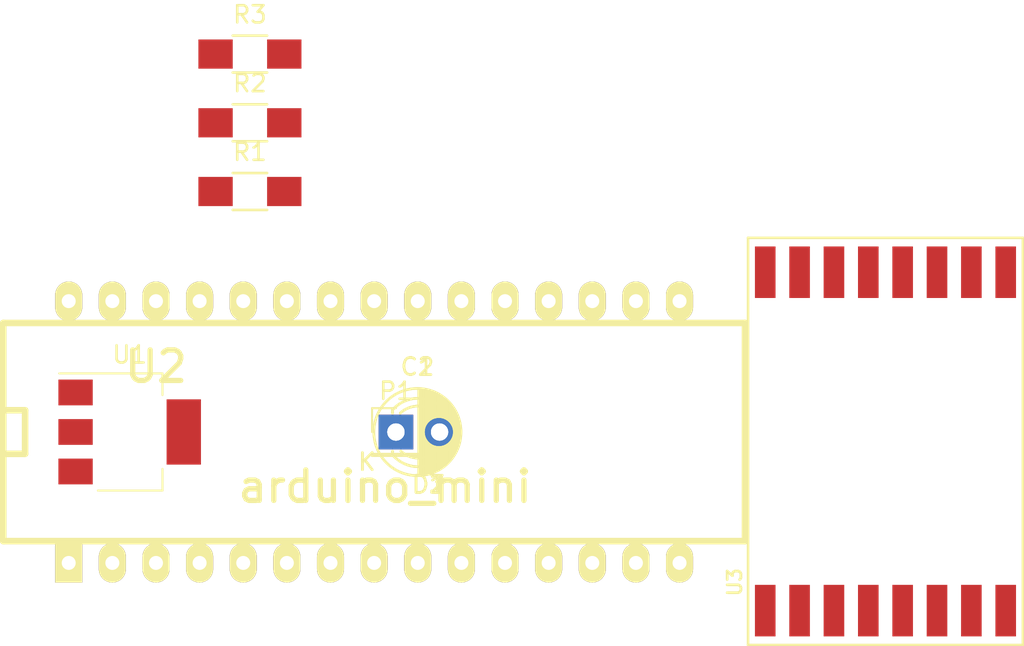
<source format=kicad_pcb>
(kicad_pcb (version 4) (host pcbnew 4.0.5-e0-6337~49~ubuntu16.04.1)

  (general
    (links 26)
    (no_connects 23)
    (area 0 0 0 0)
    (thickness 1.6)
    (drawings 0)
    (tracks 0)
    (zones 0)
    (modules 12)
    (nets 42)
  )

  (page A4)
  (layers
    (0 F.Cu signal)
    (31 B.Cu signal)
    (32 B.Adhes user)
    (33 F.Adhes user)
    (34 B.Paste user)
    (35 F.Paste user)
    (36 B.SilkS user)
    (37 F.SilkS user)
    (38 B.Mask user)
    (39 F.Mask user)
    (40 Dwgs.User user)
    (41 Cmts.User user)
    (42 Eco1.User user)
    (43 Eco2.User user)
    (44 Edge.Cuts user)
    (45 Margin user)
    (46 B.CrtYd user)
    (47 F.CrtYd user)
    (48 B.Fab user)
    (49 F.Fab user)
  )

  (setup
    (last_trace_width 0.25)
    (trace_clearance 0.2)
    (zone_clearance 0.508)
    (zone_45_only no)
    (trace_min 0.2)
    (segment_width 0.2)
    (edge_width 0.15)
    (via_size 0.6)
    (via_drill 0.4)
    (via_min_size 0.4)
    (via_min_drill 0.3)
    (uvia_size 0.3)
    (uvia_drill 0.1)
    (uvias_allowed no)
    (uvia_min_size 0.2)
    (uvia_min_drill 0.1)
    (pcb_text_width 0.3)
    (pcb_text_size 1.5 1.5)
    (mod_edge_width 0.15)
    (mod_text_size 1 1)
    (mod_text_width 0.15)
    (pad_size 1.524 1.524)
    (pad_drill 0.762)
    (pad_to_mask_clearance 0.2)
    (aux_axis_origin 0 0)
    (visible_elements FFFFFF7F)
    (pcbplotparams
      (layerselection 0x00030_80000001)
      (usegerberextensions false)
      (excludeedgelayer true)
      (linewidth 0.100000)
      (plotframeref false)
      (viasonmask false)
      (mode 1)
      (useauxorigin false)
      (hpglpennumber 1)
      (hpglpenspeed 20)
      (hpglpendiameter 15)
      (hpglpenoverlay 2)
      (psnegative false)
      (psa4output false)
      (plotreference true)
      (plotvalue true)
      (plotinvisibletext false)
      (padsonsilk false)
      (subtractmaskfromsilk false)
      (outputformat 1)
      (mirror false)
      (drillshape 1)
      (scaleselection 1)
      (outputdirectory ""))
  )

  (net 0 "")
  (net 1 /VUSB)
  (net 2 GND)
  (net 3 /3V3)
  (net 4 "Net-(D1-Pad2)")
  (net 5 "Net-(D2-Pad2)")
  (net 6 "Net-(D3-Pad2)")
  (net 7 "Net-(P1-Pad1)")
  (net 8 /LED_TX)
  (net 9 /LED_RX)
  (net 10 /LED_ERR)
  (net 11 /SCK)
  (net 12 "Net-(U2-Pad2)")
  (net 13 "Net-(U2-Pad3)")
  (net 14 "Net-(U2-Pad7)")
  (net 15 "Net-(U2-Pad8)")
  (net 16 "Net-(U2-Pad9)")
  (net 17 "Net-(U2-Pad10)")
  (net 18 "Net-(U2-Pad11)")
  (net 19 "Net-(U2-Pad13)")
  (net 20 "Net-(U2-Pad15)")
  (net 21 "Net-(U2-Pad16)")
  (net 22 "Net-(U2-Pad17)")
  (net 23 "Net-(U2-Pad18)")
  (net 24 /IRQ)
  (net 25 "Net-(U2-Pad21)")
  (net 26 "Net-(U2-Pad22)")
  (net 27 "Net-(U2-Pad23)")
  (net 28 "Net-(U2-Pad24)")
  (net 29 "Net-(U2-Pad25)")
  (net 30 "Net-(U2-Pad26)")
  (net 31 "Net-(U2-Pad27)")
  (net 32 /CS)
  (net 33 /MOSI)
  (net 34 /MISO)
  (net 35 "Net-(U3-Pad1)")
  (net 36 "Net-(U3-Pad3)")
  (net 37 "Net-(U3-Pad4)")
  (net 38 "Net-(U3-Pad5)")
  (net 39 "Net-(U3-Pad6)")
  (net 40 "Net-(U3-Pad7)")
  (net 41 "Net-(U3-Pad16)")

  (net_class Default "This is the default net class."
    (clearance 0.2)
    (trace_width 0.25)
    (via_dia 0.6)
    (via_drill 0.4)
    (uvia_dia 0.3)
    (uvia_drill 0.1)
    (add_net /3V3)
    (add_net /CS)
    (add_net /IRQ)
    (add_net /LED_ERR)
    (add_net /LED_RX)
    (add_net /LED_TX)
    (add_net /MISO)
    (add_net /MOSI)
    (add_net /SCK)
    (add_net /VUSB)
    (add_net GND)
    (add_net "Net-(D1-Pad2)")
    (add_net "Net-(D2-Pad2)")
    (add_net "Net-(D3-Pad2)")
    (add_net "Net-(P1-Pad1)")
    (add_net "Net-(U2-Pad10)")
    (add_net "Net-(U2-Pad11)")
    (add_net "Net-(U2-Pad13)")
    (add_net "Net-(U2-Pad15)")
    (add_net "Net-(U2-Pad16)")
    (add_net "Net-(U2-Pad17)")
    (add_net "Net-(U2-Pad18)")
    (add_net "Net-(U2-Pad2)")
    (add_net "Net-(U2-Pad21)")
    (add_net "Net-(U2-Pad22)")
    (add_net "Net-(U2-Pad23)")
    (add_net "Net-(U2-Pad24)")
    (add_net "Net-(U2-Pad25)")
    (add_net "Net-(U2-Pad26)")
    (add_net "Net-(U2-Pad27)")
    (add_net "Net-(U2-Pad3)")
    (add_net "Net-(U2-Pad7)")
    (add_net "Net-(U2-Pad8)")
    (add_net "Net-(U2-Pad9)")
    (add_net "Net-(U3-Pad1)")
    (add_net "Net-(U3-Pad16)")
    (add_net "Net-(U3-Pad3)")
    (add_net "Net-(U3-Pad4)")
    (add_net "Net-(U3-Pad5)")
    (add_net "Net-(U3-Pad6)")
    (add_net "Net-(U3-Pad7)")
  )

  (module Capacitors_THT:C_Radial_D5_L6_P2.5 (layer F.Cu) (tedit 0) (tstamp 587E3834)
    (at 148.5011 105.0036)
    (descr "Radial Electrolytic Capacitor Diameter 5mm x Length 6mm, Pitch 2.5mm")
    (tags "Electrolytic Capacitor")
    (path /587E3C08)
    (fp_text reference C1 (at 1.25 -3.8) (layer F.SilkS)
      (effects (font (size 1 1) (thickness 0.15)))
    )
    (fp_text value C (at 1.25 3.8) (layer F.Fab)
      (effects (font (size 1 1) (thickness 0.15)))
    )
    (fp_line (start 1.325 -2.499) (end 1.325 2.499) (layer F.SilkS) (width 0.15))
    (fp_line (start 1.465 -2.491) (end 1.465 2.491) (layer F.SilkS) (width 0.15))
    (fp_line (start 1.605 -2.475) (end 1.605 -0.095) (layer F.SilkS) (width 0.15))
    (fp_line (start 1.605 0.095) (end 1.605 2.475) (layer F.SilkS) (width 0.15))
    (fp_line (start 1.745 -2.451) (end 1.745 -0.49) (layer F.SilkS) (width 0.15))
    (fp_line (start 1.745 0.49) (end 1.745 2.451) (layer F.SilkS) (width 0.15))
    (fp_line (start 1.885 -2.418) (end 1.885 -0.657) (layer F.SilkS) (width 0.15))
    (fp_line (start 1.885 0.657) (end 1.885 2.418) (layer F.SilkS) (width 0.15))
    (fp_line (start 2.025 -2.377) (end 2.025 -0.764) (layer F.SilkS) (width 0.15))
    (fp_line (start 2.025 0.764) (end 2.025 2.377) (layer F.SilkS) (width 0.15))
    (fp_line (start 2.165 -2.327) (end 2.165 -0.835) (layer F.SilkS) (width 0.15))
    (fp_line (start 2.165 0.835) (end 2.165 2.327) (layer F.SilkS) (width 0.15))
    (fp_line (start 2.305 -2.266) (end 2.305 -0.879) (layer F.SilkS) (width 0.15))
    (fp_line (start 2.305 0.879) (end 2.305 2.266) (layer F.SilkS) (width 0.15))
    (fp_line (start 2.445 -2.196) (end 2.445 -0.898) (layer F.SilkS) (width 0.15))
    (fp_line (start 2.445 0.898) (end 2.445 2.196) (layer F.SilkS) (width 0.15))
    (fp_line (start 2.585 -2.114) (end 2.585 -0.896) (layer F.SilkS) (width 0.15))
    (fp_line (start 2.585 0.896) (end 2.585 2.114) (layer F.SilkS) (width 0.15))
    (fp_line (start 2.725 -2.019) (end 2.725 -0.871) (layer F.SilkS) (width 0.15))
    (fp_line (start 2.725 0.871) (end 2.725 2.019) (layer F.SilkS) (width 0.15))
    (fp_line (start 2.865 -1.908) (end 2.865 -0.823) (layer F.SilkS) (width 0.15))
    (fp_line (start 2.865 0.823) (end 2.865 1.908) (layer F.SilkS) (width 0.15))
    (fp_line (start 3.005 -1.78) (end 3.005 -0.745) (layer F.SilkS) (width 0.15))
    (fp_line (start 3.005 0.745) (end 3.005 1.78) (layer F.SilkS) (width 0.15))
    (fp_line (start 3.145 -1.631) (end 3.145 -0.628) (layer F.SilkS) (width 0.15))
    (fp_line (start 3.145 0.628) (end 3.145 1.631) (layer F.SilkS) (width 0.15))
    (fp_line (start 3.285 -1.452) (end 3.285 -0.44) (layer F.SilkS) (width 0.15))
    (fp_line (start 3.285 0.44) (end 3.285 1.452) (layer F.SilkS) (width 0.15))
    (fp_line (start 3.425 -1.233) (end 3.425 1.233) (layer F.SilkS) (width 0.15))
    (fp_line (start 3.565 -0.944) (end 3.565 0.944) (layer F.SilkS) (width 0.15))
    (fp_line (start 3.705 -0.472) (end 3.705 0.472) (layer F.SilkS) (width 0.15))
    (fp_circle (center 2.5 0) (end 2.5 -0.9) (layer F.SilkS) (width 0.15))
    (fp_circle (center 1.25 0) (end 1.25 -2.5375) (layer F.SilkS) (width 0.15))
    (fp_circle (center 1.25 0) (end 1.25 -2.8) (layer F.CrtYd) (width 0.05))
    (pad 1 thru_hole rect (at 0 0) (size 1.3 1.3) (drill 0.8) (layers *.Cu *.Mask)
      (net 1 /VUSB))
    (pad 2 thru_hole circle (at 2.5 0) (size 1.3 1.3) (drill 0.8) (layers *.Cu *.Mask)
      (net 2 GND))
    (model Capacitors_ThroughHole.3dshapes/C_Radial_D5_L6_P2.5.wrl
      (at (xyz 0.0492126 0 0))
      (scale (xyz 1 1 1))
      (rotate (xyz 0 0 90))
    )
  )

  (module Capacitors_THT:C_Radial_D5_L6_P2.5 (layer F.Cu) (tedit 0) (tstamp 587E383A)
    (at 148.5011 105.0036)
    (descr "Radial Electrolytic Capacitor Diameter 5mm x Length 6mm, Pitch 2.5mm")
    (tags "Electrolytic Capacitor")
    (path /587E3B8A)
    (fp_text reference C2 (at 1.25 -3.8) (layer F.SilkS)
      (effects (font (size 1 1) (thickness 0.15)))
    )
    (fp_text value C (at 1.25 3.8) (layer F.Fab)
      (effects (font (size 1 1) (thickness 0.15)))
    )
    (fp_line (start 1.325 -2.499) (end 1.325 2.499) (layer F.SilkS) (width 0.15))
    (fp_line (start 1.465 -2.491) (end 1.465 2.491) (layer F.SilkS) (width 0.15))
    (fp_line (start 1.605 -2.475) (end 1.605 -0.095) (layer F.SilkS) (width 0.15))
    (fp_line (start 1.605 0.095) (end 1.605 2.475) (layer F.SilkS) (width 0.15))
    (fp_line (start 1.745 -2.451) (end 1.745 -0.49) (layer F.SilkS) (width 0.15))
    (fp_line (start 1.745 0.49) (end 1.745 2.451) (layer F.SilkS) (width 0.15))
    (fp_line (start 1.885 -2.418) (end 1.885 -0.657) (layer F.SilkS) (width 0.15))
    (fp_line (start 1.885 0.657) (end 1.885 2.418) (layer F.SilkS) (width 0.15))
    (fp_line (start 2.025 -2.377) (end 2.025 -0.764) (layer F.SilkS) (width 0.15))
    (fp_line (start 2.025 0.764) (end 2.025 2.377) (layer F.SilkS) (width 0.15))
    (fp_line (start 2.165 -2.327) (end 2.165 -0.835) (layer F.SilkS) (width 0.15))
    (fp_line (start 2.165 0.835) (end 2.165 2.327) (layer F.SilkS) (width 0.15))
    (fp_line (start 2.305 -2.266) (end 2.305 -0.879) (layer F.SilkS) (width 0.15))
    (fp_line (start 2.305 0.879) (end 2.305 2.266) (layer F.SilkS) (width 0.15))
    (fp_line (start 2.445 -2.196) (end 2.445 -0.898) (layer F.SilkS) (width 0.15))
    (fp_line (start 2.445 0.898) (end 2.445 2.196) (layer F.SilkS) (width 0.15))
    (fp_line (start 2.585 -2.114) (end 2.585 -0.896) (layer F.SilkS) (width 0.15))
    (fp_line (start 2.585 0.896) (end 2.585 2.114) (layer F.SilkS) (width 0.15))
    (fp_line (start 2.725 -2.019) (end 2.725 -0.871) (layer F.SilkS) (width 0.15))
    (fp_line (start 2.725 0.871) (end 2.725 2.019) (layer F.SilkS) (width 0.15))
    (fp_line (start 2.865 -1.908) (end 2.865 -0.823) (layer F.SilkS) (width 0.15))
    (fp_line (start 2.865 0.823) (end 2.865 1.908) (layer F.SilkS) (width 0.15))
    (fp_line (start 3.005 -1.78) (end 3.005 -0.745) (layer F.SilkS) (width 0.15))
    (fp_line (start 3.005 0.745) (end 3.005 1.78) (layer F.SilkS) (width 0.15))
    (fp_line (start 3.145 -1.631) (end 3.145 -0.628) (layer F.SilkS) (width 0.15))
    (fp_line (start 3.145 0.628) (end 3.145 1.631) (layer F.SilkS) (width 0.15))
    (fp_line (start 3.285 -1.452) (end 3.285 -0.44) (layer F.SilkS) (width 0.15))
    (fp_line (start 3.285 0.44) (end 3.285 1.452) (layer F.SilkS) (width 0.15))
    (fp_line (start 3.425 -1.233) (end 3.425 1.233) (layer F.SilkS) (width 0.15))
    (fp_line (start 3.565 -0.944) (end 3.565 0.944) (layer F.SilkS) (width 0.15))
    (fp_line (start 3.705 -0.472) (end 3.705 0.472) (layer F.SilkS) (width 0.15))
    (fp_circle (center 2.5 0) (end 2.5 -0.9) (layer F.SilkS) (width 0.15))
    (fp_circle (center 1.25 0) (end 1.25 -2.5375) (layer F.SilkS) (width 0.15))
    (fp_circle (center 1.25 0) (end 1.25 -2.8) (layer F.CrtYd) (width 0.05))
    (pad 1 thru_hole rect (at 0 0) (size 1.3 1.3) (drill 0.8) (layers *.Cu *.Mask)
      (net 3 /3V3))
    (pad 2 thru_hole circle (at 2.5 0) (size 1.3 1.3) (drill 0.8) (layers *.Cu *.Mask)
      (net 2 GND))
    (model Capacitors_ThroughHole.3dshapes/C_Radial_D5_L6_P2.5.wrl
      (at (xyz 0.0492126 0 0))
      (scale (xyz 1 1 1))
      (rotate (xyz 0 0 90))
    )
  )

  (module LEDs:LED-3MM (layer F.Cu) (tedit 559B82F6) (tstamp 587E3840)
    (at 148.5011 105.0036)
    (descr "LED 3mm round vertical")
    (tags "LED  3mm round vertical")
    (path /587E3694)
    (fp_text reference D1 (at 1.91 3.06) (layer F.SilkS)
      (effects (font (size 1 1) (thickness 0.15)))
    )
    (fp_text value LED (at 1.3 -2.9) (layer F.Fab)
      (effects (font (size 1 1) (thickness 0.15)))
    )
    (fp_line (start -1.2 2.3) (end 3.8 2.3) (layer F.CrtYd) (width 0.05))
    (fp_line (start 3.8 2.3) (end 3.8 -2.2) (layer F.CrtYd) (width 0.05))
    (fp_line (start 3.8 -2.2) (end -1.2 -2.2) (layer F.CrtYd) (width 0.05))
    (fp_line (start -1.2 -2.2) (end -1.2 2.3) (layer F.CrtYd) (width 0.05))
    (fp_line (start -0.199 1.314) (end -0.199 1.114) (layer F.SilkS) (width 0.15))
    (fp_line (start -0.199 -1.28) (end -0.199 -1.1) (layer F.SilkS) (width 0.15))
    (fp_arc (start 1.301 0.034) (end -0.199 -1.286) (angle 108.5) (layer F.SilkS) (width 0.15))
    (fp_arc (start 1.301 0.034) (end 0.25 -1.1) (angle 85.7) (layer F.SilkS) (width 0.15))
    (fp_arc (start 1.311 0.034) (end 3.051 0.994) (angle 110) (layer F.SilkS) (width 0.15))
    (fp_arc (start 1.301 0.034) (end 2.335 1.094) (angle 87.5) (layer F.SilkS) (width 0.15))
    (fp_text user K (at -1.69 1.74) (layer F.SilkS)
      (effects (font (size 1 1) (thickness 0.15)))
    )
    (pad 1 thru_hole rect (at 0 0 90) (size 2 2) (drill 1.00076) (layers *.Cu *.Mask)
      (net 2 GND))
    (pad 2 thru_hole circle (at 2.54 0) (size 2 2) (drill 1.00076) (layers *.Cu *.Mask)
      (net 4 "Net-(D1-Pad2)"))
    (model LEDs.3dshapes/LED-3MM.wrl
      (at (xyz 0.05 0 0))
      (scale (xyz 1 1 1))
      (rotate (xyz 0 0 90))
    )
  )

  (module LEDs:LED-3MM (layer F.Cu) (tedit 559B82F6) (tstamp 587E3846)
    (at 148.5011 105.0036)
    (descr "LED 3mm round vertical")
    (tags "LED  3mm round vertical")
    (path /587E37F8)
    (fp_text reference D2 (at 1.91 3.06) (layer F.SilkS)
      (effects (font (size 1 1) (thickness 0.15)))
    )
    (fp_text value LED (at 1.3 -2.9) (layer F.Fab)
      (effects (font (size 1 1) (thickness 0.15)))
    )
    (fp_line (start -1.2 2.3) (end 3.8 2.3) (layer F.CrtYd) (width 0.05))
    (fp_line (start 3.8 2.3) (end 3.8 -2.2) (layer F.CrtYd) (width 0.05))
    (fp_line (start 3.8 -2.2) (end -1.2 -2.2) (layer F.CrtYd) (width 0.05))
    (fp_line (start -1.2 -2.2) (end -1.2 2.3) (layer F.CrtYd) (width 0.05))
    (fp_line (start -0.199 1.314) (end -0.199 1.114) (layer F.SilkS) (width 0.15))
    (fp_line (start -0.199 -1.28) (end -0.199 -1.1) (layer F.SilkS) (width 0.15))
    (fp_arc (start 1.301 0.034) (end -0.199 -1.286) (angle 108.5) (layer F.SilkS) (width 0.15))
    (fp_arc (start 1.301 0.034) (end 0.25 -1.1) (angle 85.7) (layer F.SilkS) (width 0.15))
    (fp_arc (start 1.311 0.034) (end 3.051 0.994) (angle 110) (layer F.SilkS) (width 0.15))
    (fp_arc (start 1.301 0.034) (end 2.335 1.094) (angle 87.5) (layer F.SilkS) (width 0.15))
    (fp_text user K (at -1.69 1.74) (layer F.SilkS)
      (effects (font (size 1 1) (thickness 0.15)))
    )
    (pad 1 thru_hole rect (at 0 0 90) (size 2 2) (drill 1.00076) (layers *.Cu *.Mask)
      (net 2 GND))
    (pad 2 thru_hole circle (at 2.54 0) (size 2 2) (drill 1.00076) (layers *.Cu *.Mask)
      (net 5 "Net-(D2-Pad2)"))
    (model LEDs.3dshapes/LED-3MM.wrl
      (at (xyz 0.05 0 0))
      (scale (xyz 1 1 1))
      (rotate (xyz 0 0 90))
    )
  )

  (module LEDs:LED-3MM (layer F.Cu) (tedit 559B82F6) (tstamp 587E384C)
    (at 148.5011 105.0036)
    (descr "LED 3mm round vertical")
    (tags "LED  3mm round vertical")
    (path /587E384F)
    (fp_text reference D3 (at 1.91 3.06) (layer F.SilkS)
      (effects (font (size 1 1) (thickness 0.15)))
    )
    (fp_text value LED (at 1.3 -2.9) (layer F.Fab)
      (effects (font (size 1 1) (thickness 0.15)))
    )
    (fp_line (start -1.2 2.3) (end 3.8 2.3) (layer F.CrtYd) (width 0.05))
    (fp_line (start 3.8 2.3) (end 3.8 -2.2) (layer F.CrtYd) (width 0.05))
    (fp_line (start 3.8 -2.2) (end -1.2 -2.2) (layer F.CrtYd) (width 0.05))
    (fp_line (start -1.2 -2.2) (end -1.2 2.3) (layer F.CrtYd) (width 0.05))
    (fp_line (start -0.199 1.314) (end -0.199 1.114) (layer F.SilkS) (width 0.15))
    (fp_line (start -0.199 -1.28) (end -0.199 -1.1) (layer F.SilkS) (width 0.15))
    (fp_arc (start 1.301 0.034) (end -0.199 -1.286) (angle 108.5) (layer F.SilkS) (width 0.15))
    (fp_arc (start 1.301 0.034) (end 0.25 -1.1) (angle 85.7) (layer F.SilkS) (width 0.15))
    (fp_arc (start 1.311 0.034) (end 3.051 0.994) (angle 110) (layer F.SilkS) (width 0.15))
    (fp_arc (start 1.301 0.034) (end 2.335 1.094) (angle 87.5) (layer F.SilkS) (width 0.15))
    (fp_text user K (at -1.69 1.74) (layer F.SilkS)
      (effects (font (size 1 1) (thickness 0.15)))
    )
    (pad 1 thru_hole rect (at 0 0 90) (size 2 2) (drill 1.00076) (layers *.Cu *.Mask)
      (net 2 GND))
    (pad 2 thru_hole circle (at 2.54 0) (size 2 2) (drill 1.00076) (layers *.Cu *.Mask)
      (net 6 "Net-(D3-Pad2)"))
    (model LEDs.3dshapes/LED-3MM.wrl
      (at (xyz 0.05 0 0))
      (scale (xyz 1 1 1))
      (rotate (xyz 0 0 90))
    )
  )

  (module Pin_Headers:Pin_Header_Straight_1x01_Pitch2.54mm (layer F.Cu) (tedit 5862ED52) (tstamp 587E3851)
    (at 148.5011 105.0036)
    (descr "Through hole straight pin header, 1x01, 2.54mm pitch, single row")
    (tags "Through hole pin header THT 1x01 2.54mm single row")
    (path /587E3906)
    (fp_text reference P1 (at 0 -2.39) (layer F.SilkS)
      (effects (font (size 1 1) (thickness 0.15)))
    )
    (fp_text value CONN_01X01 (at 0 2.39) (layer F.Fab)
      (effects (font (size 1 1) (thickness 0.15)))
    )
    (fp_line (start -1.27 -1.27) (end -1.27 1.27) (layer F.Fab) (width 0.1))
    (fp_line (start -1.27 1.27) (end 1.27 1.27) (layer F.Fab) (width 0.1))
    (fp_line (start 1.27 1.27) (end 1.27 -1.27) (layer F.Fab) (width 0.1))
    (fp_line (start 1.27 -1.27) (end -1.27 -1.27) (layer F.Fab) (width 0.1))
    (fp_line (start -1.39 1.27) (end -1.39 1.39) (layer F.SilkS) (width 0.12))
    (fp_line (start -1.39 1.39) (end 1.39 1.39) (layer F.SilkS) (width 0.12))
    (fp_line (start 1.39 1.39) (end 1.39 1.27) (layer F.SilkS) (width 0.12))
    (fp_line (start 1.39 1.27) (end -1.39 1.27) (layer F.SilkS) (width 0.12))
    (fp_line (start -1.39 0) (end -1.39 -1.39) (layer F.SilkS) (width 0.12))
    (fp_line (start -1.39 -1.39) (end 0 -1.39) (layer F.SilkS) (width 0.12))
    (fp_line (start -1.6 -1.6) (end -1.6 1.6) (layer F.CrtYd) (width 0.05))
    (fp_line (start -1.6 1.6) (end 1.6 1.6) (layer F.CrtYd) (width 0.05))
    (fp_line (start 1.6 1.6) (end 1.6 -1.6) (layer F.CrtYd) (width 0.05))
    (fp_line (start 1.6 -1.6) (end -1.6 -1.6) (layer F.CrtYd) (width 0.05))
    (pad 1 thru_hole rect (at 0 0) (size 1.7 1.7) (drill 1) (layers *.Cu *.Mask)
      (net 7 "Net-(P1-Pad1)"))
    (model Pin_Headers.3dshapes/Pin_Header_Straight_1x01_Pitch2.54mm.wrl
      (at (xyz 0 0 0))
      (scale (xyz 1 1 1))
      (rotate (xyz 0 0 90))
    )
  )

  (module Resistors_SMD:R_1206_HandSoldering (layer F.Cu) (tedit 58307C0D) (tstamp 587E3857)
    (at 140 91)
    (descr "Resistor SMD 1206, hand soldering")
    (tags "resistor 1206")
    (path /587E373F)
    (attr smd)
    (fp_text reference R1 (at 0 -2.3) (layer F.SilkS)
      (effects (font (size 1 1) (thickness 0.15)))
    )
    (fp_text value R (at 0 2.3) (layer F.Fab)
      (effects (font (size 1 1) (thickness 0.15)))
    )
    (fp_line (start -1.6 0.8) (end -1.6 -0.8) (layer F.Fab) (width 0.1))
    (fp_line (start 1.6 0.8) (end -1.6 0.8) (layer F.Fab) (width 0.1))
    (fp_line (start 1.6 -0.8) (end 1.6 0.8) (layer F.Fab) (width 0.1))
    (fp_line (start -1.6 -0.8) (end 1.6 -0.8) (layer F.Fab) (width 0.1))
    (fp_line (start -3.3 -1.2) (end 3.3 -1.2) (layer F.CrtYd) (width 0.05))
    (fp_line (start -3.3 1.2) (end 3.3 1.2) (layer F.CrtYd) (width 0.05))
    (fp_line (start -3.3 -1.2) (end -3.3 1.2) (layer F.CrtYd) (width 0.05))
    (fp_line (start 3.3 -1.2) (end 3.3 1.2) (layer F.CrtYd) (width 0.05))
    (fp_line (start 1 1.075) (end -1 1.075) (layer F.SilkS) (width 0.15))
    (fp_line (start -1 -1.075) (end 1 -1.075) (layer F.SilkS) (width 0.15))
    (pad 1 smd rect (at -2 0) (size 2 1.7) (layers F.Cu F.Paste F.Mask)
      (net 4 "Net-(D1-Pad2)"))
    (pad 2 smd rect (at 2 0) (size 2 1.7) (layers F.Cu F.Paste F.Mask)
      (net 8 /LED_TX))
    (model Resistors_SMD.3dshapes/R_1206_HandSoldering.wrl
      (at (xyz 0 0 0))
      (scale (xyz 1 1 1))
      (rotate (xyz 0 0 0))
    )
  )

  (module Resistors_SMD:R_1206_HandSoldering (layer F.Cu) (tedit 58307C0D) (tstamp 587E385D)
    (at 140 87)
    (descr "Resistor SMD 1206, hand soldering")
    (tags "resistor 1206")
    (path /587E37FE)
    (attr smd)
    (fp_text reference R2 (at 0 -2.3) (layer F.SilkS)
      (effects (font (size 1 1) (thickness 0.15)))
    )
    (fp_text value R (at 0 2.3) (layer F.Fab)
      (effects (font (size 1 1) (thickness 0.15)))
    )
    (fp_line (start -1.6 0.8) (end -1.6 -0.8) (layer F.Fab) (width 0.1))
    (fp_line (start 1.6 0.8) (end -1.6 0.8) (layer F.Fab) (width 0.1))
    (fp_line (start 1.6 -0.8) (end 1.6 0.8) (layer F.Fab) (width 0.1))
    (fp_line (start -1.6 -0.8) (end 1.6 -0.8) (layer F.Fab) (width 0.1))
    (fp_line (start -3.3 -1.2) (end 3.3 -1.2) (layer F.CrtYd) (width 0.05))
    (fp_line (start -3.3 1.2) (end 3.3 1.2) (layer F.CrtYd) (width 0.05))
    (fp_line (start -3.3 -1.2) (end -3.3 1.2) (layer F.CrtYd) (width 0.05))
    (fp_line (start 3.3 -1.2) (end 3.3 1.2) (layer F.CrtYd) (width 0.05))
    (fp_line (start 1 1.075) (end -1 1.075) (layer F.SilkS) (width 0.15))
    (fp_line (start -1 -1.075) (end 1 -1.075) (layer F.SilkS) (width 0.15))
    (pad 1 smd rect (at -2 0) (size 2 1.7) (layers F.Cu F.Paste F.Mask)
      (net 5 "Net-(D2-Pad2)"))
    (pad 2 smd rect (at 2 0) (size 2 1.7) (layers F.Cu F.Paste F.Mask)
      (net 9 /LED_RX))
    (model Resistors_SMD.3dshapes/R_1206_HandSoldering.wrl
      (at (xyz 0 0 0))
      (scale (xyz 1 1 1))
      (rotate (xyz 0 0 0))
    )
  )

  (module Resistors_SMD:R_1206_HandSoldering (layer F.Cu) (tedit 58307C0D) (tstamp 587E3863)
    (at 140 83)
    (descr "Resistor SMD 1206, hand soldering")
    (tags "resistor 1206")
    (path /587E3855)
    (attr smd)
    (fp_text reference R3 (at 0 -2.3) (layer F.SilkS)
      (effects (font (size 1 1) (thickness 0.15)))
    )
    (fp_text value R (at 0 2.3) (layer F.Fab)
      (effects (font (size 1 1) (thickness 0.15)))
    )
    (fp_line (start -1.6 0.8) (end -1.6 -0.8) (layer F.Fab) (width 0.1))
    (fp_line (start 1.6 0.8) (end -1.6 0.8) (layer F.Fab) (width 0.1))
    (fp_line (start 1.6 -0.8) (end 1.6 0.8) (layer F.Fab) (width 0.1))
    (fp_line (start -1.6 -0.8) (end 1.6 -0.8) (layer F.Fab) (width 0.1))
    (fp_line (start -3.3 -1.2) (end 3.3 -1.2) (layer F.CrtYd) (width 0.05))
    (fp_line (start -3.3 1.2) (end 3.3 1.2) (layer F.CrtYd) (width 0.05))
    (fp_line (start -3.3 -1.2) (end -3.3 1.2) (layer F.CrtYd) (width 0.05))
    (fp_line (start 3.3 -1.2) (end 3.3 1.2) (layer F.CrtYd) (width 0.05))
    (fp_line (start 1 1.075) (end -1 1.075) (layer F.SilkS) (width 0.15))
    (fp_line (start -1 -1.075) (end 1 -1.075) (layer F.SilkS) (width 0.15))
    (pad 1 smd rect (at -2 0) (size 2 1.7) (layers F.Cu F.Paste F.Mask)
      (net 6 "Net-(D3-Pad2)"))
    (pad 2 smd rect (at 2 0) (size 2 1.7) (layers F.Cu F.Paste F.Mask)
      (net 10 /LED_ERR))
    (model Resistors_SMD.3dshapes/R_1206_HandSoldering.wrl
      (at (xyz 0 0 0))
      (scale (xyz 1 1 1))
      (rotate (xyz 0 0 0))
    )
  )

  (module TO_SOT_Packages_SMD:SOT-223 (layer F.Cu) (tedit 583F3B4E) (tstamp 587E386B)
    (at 133 105)
    (descr "module CMS SOT223 4 pins")
    (tags "CMS SOT")
    (path /587E35F9)
    (attr smd)
    (fp_text reference U1 (at 0 -4.5) (layer F.SilkS)
      (effects (font (size 1 1) (thickness 0.15)))
    )
    (fp_text value AP111733 (at 0 4.5) (layer F.Fab)
      (effects (font (size 1 1) (thickness 0.15)))
    )
    (fp_line (start 1.91 3.41) (end 1.91 2.15) (layer F.SilkS) (width 0.12))
    (fp_line (start 1.91 -3.41) (end 1.91 -2.15) (layer F.SilkS) (width 0.12))
    (fp_line (start 4.4 -3.6) (end -4.4 -3.6) (layer F.CrtYd) (width 0.05))
    (fp_line (start 4.4 3.6) (end 4.4 -3.6) (layer F.CrtYd) (width 0.05))
    (fp_line (start -4.4 3.6) (end 4.4 3.6) (layer F.CrtYd) (width 0.05))
    (fp_line (start -4.4 -3.6) (end -4.4 3.6) (layer F.CrtYd) (width 0.05))
    (fp_line (start -1.85 -3.35) (end -1.85 3.35) (layer F.Fab) (width 0.15))
    (fp_line (start -1.85 3.41) (end 1.91 3.41) (layer F.SilkS) (width 0.12))
    (fp_line (start -1.85 -3.35) (end 1.85 -3.35) (layer F.Fab) (width 0.15))
    (fp_line (start -4.1 -3.41) (end 1.91 -3.41) (layer F.SilkS) (width 0.12))
    (fp_line (start -1.85 3.35) (end 1.85 3.35) (layer F.Fab) (width 0.15))
    (fp_line (start 1.85 -3.35) (end 1.85 3.35) (layer F.Fab) (width 0.15))
    (pad 4 smd rect (at 3.15 0) (size 2 3.8) (layers F.Cu F.Paste F.Mask)
      (net 3 /3V3))
    (pad 2 smd rect (at -3.15 0) (size 2 1.5) (layers F.Cu F.Paste F.Mask)
      (net 3 /3V3))
    (pad 3 smd rect (at -3.15 2.3) (size 2 1.5) (layers F.Cu F.Paste F.Mask)
      (net 1 /VUSB))
    (pad 1 smd rect (at -3.15 -2.3) (size 2 1.5) (layers F.Cu F.Paste F.Mask)
      (net 2 GND))
    (model TO_SOT_Packages_SMD.3dshapes/SOT-223.wrl
      (at (xyz 0 0 0))
      (scale (xyz 0.4 0.4 0.4))
      (rotate (xyz 0 0 90))
    )
  )

  (module arduino:arduino_mini (layer F.Cu) (tedit 507C2E55) (tstamp 587E388D)
    (at 148.5011 105.0036)
    (descr "30 pins DIL package, elliptical pads, width 600mil (arduino mini)")
    (tags "DIL arduino mini")
    (path /587E3552)
    (fp_text reference U2 (at -13.97 -3.81) (layer F.SilkS)
      (effects (font (size 1.778 1.778) (thickness 0.3048)))
    )
    (fp_text value arduino_mini (at -0.635 3.175) (layer F.SilkS)
      (effects (font (size 1.778 1.778) (thickness 0.3048)))
    )
    (fp_line (start -22.86 -6.35) (end 20.32 -6.35) (layer F.SilkS) (width 0.381))
    (fp_line (start 20.32 -6.35) (end 20.32 6.35) (layer F.SilkS) (width 0.381))
    (fp_line (start 20.32 6.35) (end -22.86 6.35) (layer F.SilkS) (width 0.381))
    (fp_line (start -22.86 6.35) (end -22.86 -6.35) (layer F.SilkS) (width 0.381))
    (fp_line (start -22.86 1.27) (end -21.59 1.27) (layer F.SilkS) (width 0.381))
    (fp_line (start -21.59 1.27) (end -21.59 -1.27) (layer F.SilkS) (width 0.381))
    (fp_line (start -21.59 -1.27) (end -22.86 -1.27) (layer F.SilkS) (width 0.381))
    (pad 1 thru_hole rect (at -19.05 7.62) (size 1.5748 2.286) (drill 0.8128) (layers *.Cu *.Mask F.SilkS)
      (net 11 /SCK))
    (pad 2 thru_hole oval (at -16.51 7.62) (size 1.5748 2.286) (drill 0.8128) (layers *.Cu *.Mask F.SilkS)
      (net 12 "Net-(U2-Pad2)"))
    (pad 3 thru_hole oval (at -13.97 7.62) (size 1.5748 2.286) (drill 0.8128) (layers *.Cu *.Mask F.SilkS)
      (net 13 "Net-(U2-Pad3)"))
    (pad 4 thru_hole oval (at -11.43 7.62) (size 1.5748 2.286) (drill 0.8128) (layers *.Cu *.Mask F.SilkS)
      (net 8 /LED_TX))
    (pad 5 thru_hole oval (at -8.89 7.62) (size 1.5748 2.286) (drill 0.8128) (layers *.Cu *.Mask F.SilkS)
      (net 9 /LED_RX))
    (pad 6 thru_hole oval (at -6.35 7.62) (size 1.5748 2.286) (drill 0.8128) (layers *.Cu *.Mask F.SilkS)
      (net 10 /LED_ERR))
    (pad 7 thru_hole oval (at -3.81 7.62) (size 1.5748 2.286) (drill 0.8128) (layers *.Cu *.Mask F.SilkS)
      (net 14 "Net-(U2-Pad7)"))
    (pad 8 thru_hole oval (at -1.27 7.62) (size 1.5748 2.286) (drill 0.8128) (layers *.Cu *.Mask F.SilkS)
      (net 15 "Net-(U2-Pad8)"))
    (pad 9 thru_hole oval (at 1.27 7.62) (size 1.5748 2.286) (drill 0.8128) (layers *.Cu *.Mask F.SilkS)
      (net 16 "Net-(U2-Pad9)"))
    (pad 10 thru_hole oval (at 3.81 7.62) (size 1.5748 2.286) (drill 0.8128) (layers *.Cu *.Mask F.SilkS)
      (net 17 "Net-(U2-Pad10)"))
    (pad 11 thru_hole oval (at 6.35 7.62) (size 1.5748 2.286) (drill 0.8128) (layers *.Cu *.Mask F.SilkS)
      (net 18 "Net-(U2-Pad11)"))
    (pad 12 thru_hole oval (at 8.89 7.62) (size 1.5748 2.286) (drill 0.8128) (layers *.Cu *.Mask F.SilkS)
      (net 1 /VUSB))
    (pad 13 thru_hole oval (at 11.43 7.62) (size 1.5748 2.286) (drill 0.8128) (layers *.Cu *.Mask F.SilkS)
      (net 19 "Net-(U2-Pad13)"))
    (pad 14 thru_hole oval (at 13.97 7.62) (size 1.5748 2.286) (drill 0.8128) (layers *.Cu *.Mask F.SilkS)
      (net 2 GND))
    (pad 15 thru_hole oval (at 16.51 7.62) (size 1.5748 2.286) (drill 0.8128) (layers *.Cu *.Mask F.SilkS)
      (net 20 "Net-(U2-Pad15)"))
    (pad 16 thru_hole oval (at 16.51 -7.62) (size 1.5748 2.286) (drill 0.8128) (layers *.Cu *.Mask F.SilkS)
      (net 21 "Net-(U2-Pad16)"))
    (pad 17 thru_hole oval (at 13.97 -7.62) (size 1.5748 2.286) (drill 0.8128) (layers *.Cu *.Mask F.SilkS)
      (net 22 "Net-(U2-Pad17)"))
    (pad 18 thru_hole oval (at 11.43 -7.62) (size 1.5748 2.286) (drill 0.8128) (layers *.Cu *.Mask F.SilkS)
      (net 23 "Net-(U2-Pad18)"))
    (pad 19 thru_hole oval (at 8.89 -7.62) (size 1.5748 2.286) (drill 0.8128) (layers *.Cu *.Mask F.SilkS)
      (net 2 GND))
    (pad 20 thru_hole oval (at 6.35 -7.62) (size 1.5748 2.286) (drill 0.8128) (layers *.Cu *.Mask F.SilkS)
      (net 24 /IRQ))
    (pad 21 thru_hole oval (at 3.81 -7.62) (size 1.5748 2.286) (drill 0.8128) (layers *.Cu *.Mask F.SilkS)
      (net 25 "Net-(U2-Pad21)"))
    (pad 22 thru_hole oval (at 1.27 -7.62) (size 1.5748 2.286) (drill 0.8128) (layers *.Cu *.Mask F.SilkS)
      (net 26 "Net-(U2-Pad22)"))
    (pad 23 thru_hole oval (at -1.27 -7.62) (size 1.5748 2.286) (drill 0.8128) (layers *.Cu *.Mask F.SilkS)
      (net 27 "Net-(U2-Pad23)"))
    (pad 24 thru_hole oval (at -3.81 -7.62) (size 1.5748 2.286) (drill 0.8128) (layers *.Cu *.Mask F.SilkS)
      (net 28 "Net-(U2-Pad24)"))
    (pad 25 thru_hole oval (at -6.35 -7.62) (size 1.5748 2.286) (drill 0.8128) (layers *.Cu *.Mask F.SilkS)
      (net 29 "Net-(U2-Pad25)"))
    (pad 26 thru_hole oval (at -8.89 -7.62) (size 1.5748 2.286) (drill 0.8128) (layers *.Cu *.Mask F.SilkS)
      (net 30 "Net-(U2-Pad26)"))
    (pad 27 thru_hole oval (at -11.43 -7.62) (size 1.5748 2.286) (drill 0.8128) (layers *.Cu *.Mask F.SilkS)
      (net 31 "Net-(U2-Pad27)"))
    (pad 28 thru_hole oval (at -13.97 -7.62) (size 1.5748 2.286) (drill 0.8128) (layers *.Cu *.Mask F.SilkS)
      (net 32 /CS))
    (pad 29 thru_hole oval (at -16.51 -7.62) (size 1.5748 2.286) (drill 0.8128) (layers *.Cu *.Mask F.SilkS)
      (net 33 /MOSI))
    (pad 30 thru_hole oval (at -19.05 -7.62) (size 1.5748 2.286) (drill 0.8128) (layers *.Cu *.Mask F.SilkS)
      (net 34 /MISO))
    (model arduino_nano.wrl
      (at (xyz -0.978 -0.385 0))
      (scale (xyz 0.3937 0.3937 0.3937))
      (rotate (xyz 0 0 0))
    )
  )

  (module Mysensors_Radio:RFM69HW_SMD_Handsoldering (layer F.Cu) (tedit 558806AF) (tstamp 587E38A1)
    (at 170 114 90)
    (descr RFM69HW)
    (tags "RFM69HW, RF69")
    (path /587E35B6)
    (fp_text reference U3 (at 0.254 -1.778 90) (layer F.SilkS)
      (effects (font (size 0.8 0.8) (thickness 0.16)))
    )
    (fp_text value RFM69HW (at 8.382 7.112 90) (layer F.Fab) hide
      (effects (font (size 0.8 0.8) (thickness 0.16)))
    )
    (fp_line (start -3.4 15) (end -3.4 -1) (layer F.SilkS) (width 0.15))
    (fp_line (start 20.3 15) (end -3.4 15) (layer F.SilkS) (width 0.15))
    (fp_line (start 20.3 -1) (end 20.3 15) (layer F.SilkS) (width 0.15))
    (fp_line (start -3.4 -1) (end 20.3 -1) (layer F.SilkS) (width 0.15))
    (fp_line (start -3.4 15) (end 20.3 15) (layer F.CrtYd) (width 0.15))
    (fp_line (start 20.3 -1) (end 20.3 15) (layer F.CrtYd) (width 0.15))
    (fp_line (start -3.4 -1) (end -3.4 15) (layer F.CrtYd) (width 0.15))
    (fp_line (start -3.4 -1) (end 20.3 -1) (layer F.CrtYd) (width 0.15))
    (fp_line (start 20.3 -1) (end 20.3 15) (layer B.CrtYd) (width 0.15))
    (fp_line (start -3.4 -1) (end -3.4 15) (layer B.CrtYd) (width 0.15))
    (fp_line (start -3.4 15) (end 20.3 15) (layer B.CrtYd) (width 0.15))
    (fp_line (start -3.4 -1) (end 20.3 -1) (layer B.CrtYd) (width 0.15))
    (pad 1 smd rect (at -1.4 0 90) (size 3 1.2) (layers F.Cu F.Paste F.Mask)
      (net 35 "Net-(U3-Pad1)"))
    (pad 2 smd rect (at -1.4 2 90) (size 3 1.2) (layers F.Cu F.Paste F.Mask)
      (net 24 /IRQ))
    (pad 3 smd rect (at -1.4 4 90) (size 3 1.2) (layers F.Cu F.Paste F.Mask)
      (net 36 "Net-(U3-Pad3)"))
    (pad 4 smd rect (at -1.4 6 90) (size 3 1.2) (layers F.Cu F.Paste F.Mask)
      (net 37 "Net-(U3-Pad4)"))
    (pad 5 smd rect (at -1.4 8 90) (size 3 1.2) (layers F.Cu F.Paste F.Mask)
      (net 38 "Net-(U3-Pad5)"))
    (pad 6 smd rect (at -1.4 10 90) (size 3 1.2) (layers F.Cu F.Paste F.Mask)
      (net 39 "Net-(U3-Pad6)"))
    (pad 7 smd rect (at -1.4 12 90) (size 3 1.2) (layers F.Cu F.Paste F.Mask)
      (net 40 "Net-(U3-Pad7)"))
    (pad 8 smd rect (at -1.4 14 90) (size 3 1.2) (layers F.Cu F.Paste F.Mask)
      (net 3 /3V3))
    (pad 9 smd rect (at 18.3 14 90) (size 3 1.2) (layers F.Cu F.Paste F.Mask)
      (net 2 GND))
    (pad 10 smd rect (at 18.3 12 90) (size 3 1.2) (layers F.Cu F.Paste F.Mask)
      (net 7 "Net-(P1-Pad1)"))
    (pad 11 smd rect (at 18.3 10 90) (size 3 1.2) (layers F.Cu F.Paste F.Mask)
      (net 2 GND))
    (pad 12 smd rect (at 18.3 8 90) (size 3 1.2) (layers F.Cu F.Paste F.Mask)
      (net 11 /SCK))
    (pad 13 smd rect (at 18.3 6 90) (size 3 1.2) (layers F.Cu F.Paste F.Mask)
      (net 34 /MISO))
    (pad 14 smd rect (at 18.3 4 90) (size 3 1.2) (layers F.Cu F.Paste F.Mask)
      (net 33 /MOSI))
    (pad 15 smd rect (at 18.3 2 90) (size 3 1.2) (layers F.Cu F.Paste F.Mask)
      (net 32 /CS))
    (pad 16 smd rect (at 18.3 0 90) (size 3 1.2) (layers F.Cu F.Paste F.Mask)
      (net 41 "Net-(U3-Pad16)"))
    (model ${MYSLOCAL}/mysensors.3dshapes/mysensors_radios.3dshapes/rfm69hw.wrl
      (at (xyz 0.332 -0.275 0.03))
      (scale (xyz 0.395 0.395 0.395))
      (rotate (xyz 0 0 180))
    )
    (model Crystals.3dshapes/crystal_FA238-TSX3225.wrl
      (at (xyz 0.332 -0.08 0.06))
      (scale (xyz 0.24 0.24 0.24))
      (rotate (xyz 0 0 90))
    )
    (model Housings_DFN_QFN.3dshapes/QFN-28-1EP_5x5mm_Pitch0.5mm.wrl
      (at (xyz 0.204 -0.445 0.06))
      (scale (xyz 1 1 1))
      (rotate (xyz 0 0 0))
    )
  )

)

</source>
